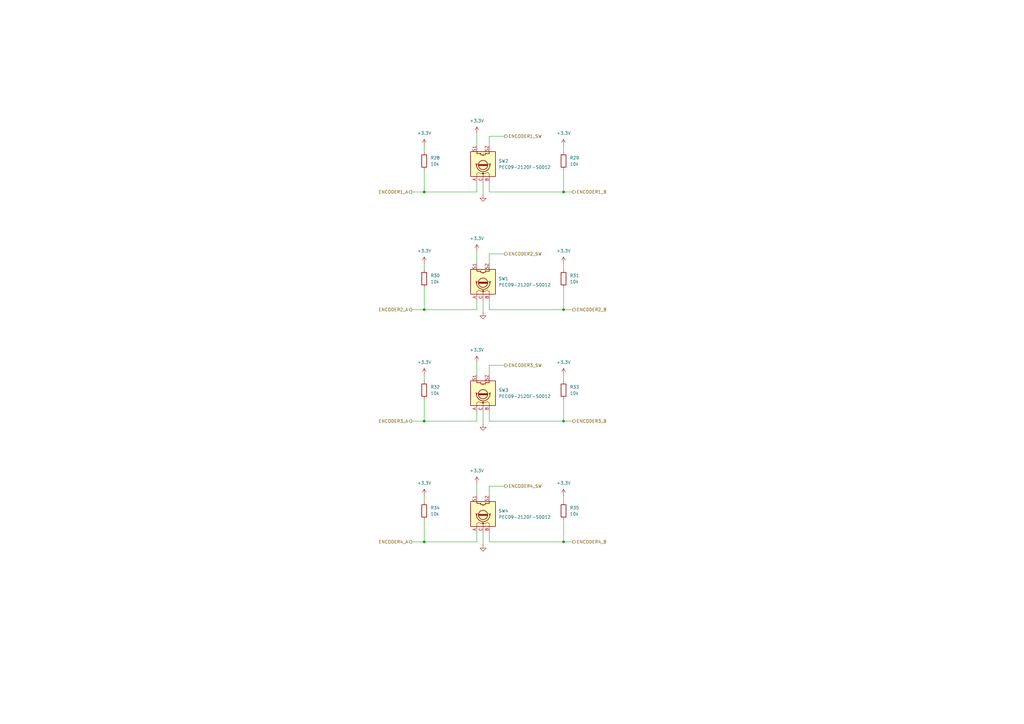
<source format=kicad_sch>
(kicad_sch
	(version 20231120)
	(generator "eeschema")
	(generator_version "8.0")
	(uuid "efe2650e-c8ad-41ab-aa82-b64dfb839e9a")
	(paper "A3")
	(title_block
		(title "${PROJECTNAME}")
		(date "2024-10-22")
		(rev "${REVISION}")
		(company "Created By: ${AUTHOR}")
	)
	(lib_symbols
		(symbol "Device:R"
			(pin_numbers hide)
			(pin_names
				(offset 0)
			)
			(exclude_from_sim no)
			(in_bom yes)
			(on_board yes)
			(property "Reference" "R"
				(at 2.032 0 90)
				(effects
					(font
						(size 1.27 1.27)
					)
				)
			)
			(property "Value" "R"
				(at 0 0 90)
				(effects
					(font
						(size 1.27 1.27)
					)
				)
			)
			(property "Footprint" ""
				(at -1.778 0 90)
				(effects
					(font
						(size 1.27 1.27)
					)
					(hide yes)
				)
			)
			(property "Datasheet" "~"
				(at 0 0 0)
				(effects
					(font
						(size 1.27 1.27)
					)
					(hide yes)
				)
			)
			(property "Description" "Resistor"
				(at 0 0 0)
				(effects
					(font
						(size 1.27 1.27)
					)
					(hide yes)
				)
			)
			(property "ki_keywords" "R res resistor"
				(at 0 0 0)
				(effects
					(font
						(size 1.27 1.27)
					)
					(hide yes)
				)
			)
			(property "ki_fp_filters" "R_*"
				(at 0 0 0)
				(effects
					(font
						(size 1.27 1.27)
					)
					(hide yes)
				)
			)
			(symbol "R_0_1"
				(rectangle
					(start -1.016 -2.54)
					(end 1.016 2.54)
					(stroke
						(width 0.254)
						(type default)
					)
					(fill
						(type none)
					)
				)
			)
			(symbol "R_1_1"
				(pin passive line
					(at 0 3.81 270)
					(length 1.27)
					(name "~"
						(effects
							(font
								(size 1.27 1.27)
							)
						)
					)
					(number "1"
						(effects
							(font
								(size 1.27 1.27)
							)
						)
					)
				)
				(pin passive line
					(at 0 -3.81 90)
					(length 1.27)
					(name "~"
						(effects
							(font
								(size 1.27 1.27)
							)
						)
					)
					(number "2"
						(effects
							(font
								(size 1.27 1.27)
							)
						)
					)
				)
			)
		)
		(symbol "Device:RotaryEncoder_Switch"
			(pin_names
				(offset 0.254) hide)
			(exclude_from_sim no)
			(in_bom yes)
			(on_board yes)
			(property "Reference" "SW"
				(at 0 6.604 0)
				(effects
					(font
						(size 1.27 1.27)
					)
				)
			)
			(property "Value" "RotaryEncoder_Switch"
				(at 0 -6.604 0)
				(effects
					(font
						(size 1.27 1.27)
					)
				)
			)
			(property "Footprint" ""
				(at -3.81 4.064 0)
				(effects
					(font
						(size 1.27 1.27)
					)
					(hide yes)
				)
			)
			(property "Datasheet" "~"
				(at 0 6.604 0)
				(effects
					(font
						(size 1.27 1.27)
					)
					(hide yes)
				)
			)
			(property "Description" "Rotary encoder, dual channel, incremental quadrate outputs, with switch"
				(at 0 0 0)
				(effects
					(font
						(size 1.27 1.27)
					)
					(hide yes)
				)
			)
			(property "ki_keywords" "rotary switch encoder switch push button"
				(at 0 0 0)
				(effects
					(font
						(size 1.27 1.27)
					)
					(hide yes)
				)
			)
			(property "ki_fp_filters" "RotaryEncoder*Switch*"
				(at 0 0 0)
				(effects
					(font
						(size 1.27 1.27)
					)
					(hide yes)
				)
			)
			(symbol "RotaryEncoder_Switch_0_1"
				(rectangle
					(start -5.08 5.08)
					(end 5.08 -5.08)
					(stroke
						(width 0.254)
						(type default)
					)
					(fill
						(type background)
					)
				)
				(circle
					(center -3.81 0)
					(radius 0.254)
					(stroke
						(width 0)
						(type default)
					)
					(fill
						(type outline)
					)
				)
				(circle
					(center -0.381 0)
					(radius 1.905)
					(stroke
						(width 0.254)
						(type default)
					)
					(fill
						(type none)
					)
				)
				(arc
					(start -0.381 2.667)
					(mid -3.0988 -0.0635)
					(end -0.381 -2.794)
					(stroke
						(width 0.254)
						(type default)
					)
					(fill
						(type none)
					)
				)
				(polyline
					(pts
						(xy -0.635 -1.778) (xy -0.635 1.778)
					)
					(stroke
						(width 0.254)
						(type default)
					)
					(fill
						(type none)
					)
				)
				(polyline
					(pts
						(xy -0.381 -1.778) (xy -0.381 1.778)
					)
					(stroke
						(width 0.254)
						(type default)
					)
					(fill
						(type none)
					)
				)
				(polyline
					(pts
						(xy -0.127 1.778) (xy -0.127 -1.778)
					)
					(stroke
						(width 0.254)
						(type default)
					)
					(fill
						(type none)
					)
				)
				(polyline
					(pts
						(xy 3.81 0) (xy 3.429 0)
					)
					(stroke
						(width 0.254)
						(type default)
					)
					(fill
						(type none)
					)
				)
				(polyline
					(pts
						(xy 3.81 1.016) (xy 3.81 -1.016)
					)
					(stroke
						(width 0.254)
						(type default)
					)
					(fill
						(type none)
					)
				)
				(polyline
					(pts
						(xy -5.08 -2.54) (xy -3.81 -2.54) (xy -3.81 -2.032)
					)
					(stroke
						(width 0)
						(type default)
					)
					(fill
						(type none)
					)
				)
				(polyline
					(pts
						(xy -5.08 2.54) (xy -3.81 2.54) (xy -3.81 2.032)
					)
					(stroke
						(width 0)
						(type default)
					)
					(fill
						(type none)
					)
				)
				(polyline
					(pts
						(xy 0.254 -3.048) (xy -0.508 -2.794) (xy 0.127 -2.413)
					)
					(stroke
						(width 0.254)
						(type default)
					)
					(fill
						(type none)
					)
				)
				(polyline
					(pts
						(xy 0.254 2.921) (xy -0.508 2.667) (xy 0.127 2.286)
					)
					(stroke
						(width 0.254)
						(type default)
					)
					(fill
						(type none)
					)
				)
				(polyline
					(pts
						(xy 5.08 -2.54) (xy 4.318 -2.54) (xy 4.318 -1.016)
					)
					(stroke
						(width 0.254)
						(type default)
					)
					(fill
						(type none)
					)
				)
				(polyline
					(pts
						(xy 5.08 2.54) (xy 4.318 2.54) (xy 4.318 1.016)
					)
					(stroke
						(width 0.254)
						(type default)
					)
					(fill
						(type none)
					)
				)
				(polyline
					(pts
						(xy -5.08 0) (xy -3.81 0) (xy -3.81 -1.016) (xy -3.302 -2.032)
					)
					(stroke
						(width 0)
						(type default)
					)
					(fill
						(type none)
					)
				)
				(polyline
					(pts
						(xy -4.318 0) (xy -3.81 0) (xy -3.81 1.016) (xy -3.302 2.032)
					)
					(stroke
						(width 0)
						(type default)
					)
					(fill
						(type none)
					)
				)
				(circle
					(center 4.318 -1.016)
					(radius 0.127)
					(stroke
						(width 0.254)
						(type default)
					)
					(fill
						(type none)
					)
				)
				(circle
					(center 4.318 1.016)
					(radius 0.127)
					(stroke
						(width 0.254)
						(type default)
					)
					(fill
						(type none)
					)
				)
			)
			(symbol "RotaryEncoder_Switch_1_1"
				(pin passive line
					(at -7.62 2.54 0)
					(length 2.54)
					(name "A"
						(effects
							(font
								(size 1.27 1.27)
							)
						)
					)
					(number "A"
						(effects
							(font
								(size 1.27 1.27)
							)
						)
					)
				)
				(pin passive line
					(at -7.62 -2.54 0)
					(length 2.54)
					(name "B"
						(effects
							(font
								(size 1.27 1.27)
							)
						)
					)
					(number "B"
						(effects
							(font
								(size 1.27 1.27)
							)
						)
					)
				)
				(pin passive line
					(at -7.62 0 0)
					(length 2.54)
					(name "C"
						(effects
							(font
								(size 1.27 1.27)
							)
						)
					)
					(number "C"
						(effects
							(font
								(size 1.27 1.27)
							)
						)
					)
				)
				(pin passive line
					(at 7.62 2.54 180)
					(length 2.54)
					(name "S1"
						(effects
							(font
								(size 1.27 1.27)
							)
						)
					)
					(number "S1"
						(effects
							(font
								(size 1.27 1.27)
							)
						)
					)
				)
				(pin passive line
					(at 7.62 -2.54 180)
					(length 2.54)
					(name "S2"
						(effects
							(font
								(size 1.27 1.27)
							)
						)
					)
					(number "S2"
						(effects
							(font
								(size 1.27 1.27)
							)
						)
					)
				)
			)
		)
		(symbol "power:+3.3V"
			(power)
			(pin_numbers hide)
			(pin_names
				(offset 0) hide)
			(exclude_from_sim no)
			(in_bom yes)
			(on_board yes)
			(property "Reference" "#PWR"
				(at 0 -3.81 0)
				(effects
					(font
						(size 1.27 1.27)
					)
					(hide yes)
				)
			)
			(property "Value" "+3.3V"
				(at 0 3.556 0)
				(effects
					(font
						(size 1.27 1.27)
					)
				)
			)
			(property "Footprint" ""
				(at 0 0 0)
				(effects
					(font
						(size 1.27 1.27)
					)
					(hide yes)
				)
			)
			(property "Datasheet" ""
				(at 0 0 0)
				(effects
					(font
						(size 1.27 1.27)
					)
					(hide yes)
				)
			)
			(property "Description" "Power symbol creates a global label with name \"+3.3V\""
				(at 0 0 0)
				(effects
					(font
						(size 1.27 1.27)
					)
					(hide yes)
				)
			)
			(property "ki_keywords" "global power"
				(at 0 0 0)
				(effects
					(font
						(size 1.27 1.27)
					)
					(hide yes)
				)
			)
			(symbol "+3.3V_0_1"
				(polyline
					(pts
						(xy -0.762 1.27) (xy 0 2.54)
					)
					(stroke
						(width 0)
						(type default)
					)
					(fill
						(type none)
					)
				)
				(polyline
					(pts
						(xy 0 0) (xy 0 2.54)
					)
					(stroke
						(width 0)
						(type default)
					)
					(fill
						(type none)
					)
				)
				(polyline
					(pts
						(xy 0 2.54) (xy 0.762 1.27)
					)
					(stroke
						(width 0)
						(type default)
					)
					(fill
						(type none)
					)
				)
			)
			(symbol "+3.3V_1_1"
				(pin power_in line
					(at 0 0 90)
					(length 0)
					(name "~"
						(effects
							(font
								(size 1.27 1.27)
							)
						)
					)
					(number "1"
						(effects
							(font
								(size 1.27 1.27)
							)
						)
					)
				)
			)
		)
		(symbol "power:GND"
			(power)
			(pin_numbers hide)
			(pin_names
				(offset 0) hide)
			(exclude_from_sim no)
			(in_bom yes)
			(on_board yes)
			(property "Reference" "#PWR"
				(at 0 -6.35 0)
				(effects
					(font
						(size 1.27 1.27)
					)
					(hide yes)
				)
			)
			(property "Value" "GND"
				(at 0 -3.81 0)
				(effects
					(font
						(size 1.27 1.27)
					)
				)
			)
			(property "Footprint" ""
				(at 0 0 0)
				(effects
					(font
						(size 1.27 1.27)
					)
					(hide yes)
				)
			)
			(property "Datasheet" ""
				(at 0 0 0)
				(effects
					(font
						(size 1.27 1.27)
					)
					(hide yes)
				)
			)
			(property "Description" "Power symbol creates a global label with name \"GND\" , ground"
				(at 0 0 0)
				(effects
					(font
						(size 1.27 1.27)
					)
					(hide yes)
				)
			)
			(property "ki_keywords" "global power"
				(at 0 0 0)
				(effects
					(font
						(size 1.27 1.27)
					)
					(hide yes)
				)
			)
			(symbol "GND_0_1"
				(polyline
					(pts
						(xy 0 0) (xy 0 -1.27) (xy 1.27 -1.27) (xy 0 -2.54) (xy -1.27 -1.27) (xy 0 -1.27)
					)
					(stroke
						(width 0)
						(type default)
					)
					(fill
						(type none)
					)
				)
			)
			(symbol "GND_1_1"
				(pin power_in line
					(at 0 0 270)
					(length 0)
					(name "~"
						(effects
							(font
								(size 1.27 1.27)
							)
						)
					)
					(number "1"
						(effects
							(font
								(size 1.27 1.27)
							)
						)
					)
				)
			)
		)
	)
	(junction
		(at 231.14 127)
		(diameter 0)
		(color 0 0 0 0)
		(uuid "054d3d3a-7000-49ff-b8c5-ca3655c073b9")
	)
	(junction
		(at 173.99 172.72)
		(diameter 0)
		(color 0 0 0 0)
		(uuid "2143c587-a8f0-4a43-949d-613c3d5918ca")
	)
	(junction
		(at 173.99 127)
		(diameter 0)
		(color 0 0 0 0)
		(uuid "2ea2cb0d-78ed-45bb-a377-ea971fcf468a")
	)
	(junction
		(at 231.14 78.74)
		(diameter 0)
		(color 0 0 0 0)
		(uuid "6d3a27d3-fe34-45e5-a820-d5d2ab6018b5")
	)
	(junction
		(at 231.14 172.72)
		(diameter 0)
		(color 0 0 0 0)
		(uuid "7d38cef6-60f1-42c2-95e6-6a8f38fa3500")
	)
	(junction
		(at 231.14 222.25)
		(diameter 0)
		(color 0 0 0 0)
		(uuid "a36f806b-c451-47ad-9400-b11fccf90717")
	)
	(junction
		(at 173.99 78.74)
		(diameter 0)
		(color 0 0 0 0)
		(uuid "e44faced-4aaf-44b7-8b5e-17441d5b63c9")
	)
	(junction
		(at 173.99 222.25)
		(diameter 0)
		(color 0 0 0 0)
		(uuid "ea5e8562-4c8e-4e95-b8ee-37089b47372b")
	)
	(wire
		(pts
			(xy 200.66 74.93) (xy 200.66 78.74)
		)
		(stroke
			(width 0)
			(type default)
		)
		(uuid "0c98ce2d-b167-476d-a889-e82f773bb1a3")
	)
	(wire
		(pts
			(xy 173.99 59.69) (xy 173.99 62.23)
		)
		(stroke
			(width 0)
			(type default)
		)
		(uuid "2046774d-d54b-45c7-b87f-5b34ad753f0a")
	)
	(wire
		(pts
			(xy 200.66 203.2) (xy 200.66 199.39)
		)
		(stroke
			(width 0)
			(type default)
		)
		(uuid "36d81368-8031-4f0e-b345-9484baaa3d63")
	)
	(wire
		(pts
			(xy 231.14 127) (xy 234.95 127)
		)
		(stroke
			(width 0)
			(type default)
		)
		(uuid "37449945-f293-4604-b7c5-1e37ab90b830")
	)
	(wire
		(pts
			(xy 231.14 107.95) (xy 231.14 110.49)
		)
		(stroke
			(width 0)
			(type default)
		)
		(uuid "39669b47-d01d-4726-8dba-a2da26b6fa26")
	)
	(wire
		(pts
			(xy 200.66 104.14) (xy 207.01 104.14)
		)
		(stroke
			(width 0)
			(type default)
		)
		(uuid "3cbbcb07-2b0b-4be7-a8d9-80bbdb477dfe")
	)
	(wire
		(pts
			(xy 173.99 213.36) (xy 173.99 222.25)
		)
		(stroke
			(width 0)
			(type default)
		)
		(uuid "3e2c0de6-bf5b-4c1e-ae6d-9dbb0c66ba34")
	)
	(wire
		(pts
			(xy 173.99 78.74) (xy 195.58 78.74)
		)
		(stroke
			(width 0)
			(type default)
		)
		(uuid "3f62d2b6-45a4-4a4d-ae06-ce9d4c2361f9")
	)
	(wire
		(pts
			(xy 195.58 218.44) (xy 195.58 222.25)
		)
		(stroke
			(width 0)
			(type default)
		)
		(uuid "4675fe93-1cd3-4595-bb60-3e0936bc580f")
	)
	(wire
		(pts
			(xy 195.58 168.91) (xy 195.58 172.72)
		)
		(stroke
			(width 0)
			(type default)
		)
		(uuid "4f09257a-74ef-4246-97c9-4da171d97042")
	)
	(wire
		(pts
			(xy 200.66 172.72) (xy 231.14 172.72)
		)
		(stroke
			(width 0)
			(type default)
		)
		(uuid "4f1ef97f-9d5e-4c94-a134-da39cf05f498")
	)
	(wire
		(pts
			(xy 173.99 69.85) (xy 173.99 78.74)
		)
		(stroke
			(width 0)
			(type default)
		)
		(uuid "5263605a-1fe9-44b5-a6e3-16458e28f69a")
	)
	(wire
		(pts
			(xy 173.99 163.83) (xy 173.99 172.72)
		)
		(stroke
			(width 0)
			(type default)
		)
		(uuid "5733ed2d-edf4-4c51-bbae-ba3adb8c74d0")
	)
	(wire
		(pts
			(xy 231.14 163.83) (xy 231.14 172.72)
		)
		(stroke
			(width 0)
			(type default)
		)
		(uuid "5d78b0c9-c4a9-406d-a787-8941e8a08b1f")
	)
	(wire
		(pts
			(xy 173.99 222.25) (xy 195.58 222.25)
		)
		(stroke
			(width 0)
			(type default)
		)
		(uuid "5f9a06e8-52be-4ea6-8dec-3c1d443ae41f")
	)
	(wire
		(pts
			(xy 195.58 54.61) (xy 195.58 59.69)
		)
		(stroke
			(width 0)
			(type default)
		)
		(uuid "5fc90f5e-d478-4ed1-b2e3-b2c070a23b0c")
	)
	(wire
		(pts
			(xy 195.58 198.12) (xy 195.58 203.2)
		)
		(stroke
			(width 0)
			(type default)
		)
		(uuid "5fe274f7-7c50-4967-b186-b204b62eee52")
	)
	(wire
		(pts
			(xy 198.12 218.44) (xy 198.12 223.52)
		)
		(stroke
			(width 0)
			(type default)
		)
		(uuid "63acb3b7-24fe-4f2e-8201-bb4c46d59516")
	)
	(wire
		(pts
			(xy 168.91 127) (xy 173.99 127)
		)
		(stroke
			(width 0)
			(type default)
		)
		(uuid "66ae1438-2bf9-4aad-bdd6-36814e797e53")
	)
	(wire
		(pts
			(xy 200.66 55.88) (xy 207.01 55.88)
		)
		(stroke
			(width 0)
			(type default)
		)
		(uuid "681b2586-50db-4bf8-b002-7ca9ecb0798c")
	)
	(wire
		(pts
			(xy 168.91 78.74) (xy 173.99 78.74)
		)
		(stroke
			(width 0)
			(type default)
		)
		(uuid "686da292-de49-4b10-9f68-20d52f594b41")
	)
	(wire
		(pts
			(xy 173.99 203.2) (xy 173.99 205.74)
		)
		(stroke
			(width 0)
			(type default)
		)
		(uuid "6c4be569-1275-4520-8d7e-98111a4f8514")
	)
	(wire
		(pts
			(xy 168.91 222.25) (xy 173.99 222.25)
		)
		(stroke
			(width 0)
			(type default)
		)
		(uuid "6d1b8b65-e397-41a7-827a-3cb116505eae")
	)
	(wire
		(pts
			(xy 198.12 168.91) (xy 198.12 173.99)
		)
		(stroke
			(width 0)
			(type default)
		)
		(uuid "74d5c16a-c195-4019-9560-766e5bd4630a")
	)
	(wire
		(pts
			(xy 173.99 153.67) (xy 173.99 156.21)
		)
		(stroke
			(width 0)
			(type default)
		)
		(uuid "7683e897-9d58-4fe9-82d6-2875c4af67dc")
	)
	(wire
		(pts
			(xy 173.99 172.72) (xy 195.58 172.72)
		)
		(stroke
			(width 0)
			(type default)
		)
		(uuid "77bdd56c-456a-4ead-bd08-0b450ac7596c")
	)
	(wire
		(pts
			(xy 231.14 172.72) (xy 234.95 172.72)
		)
		(stroke
			(width 0)
			(type default)
		)
		(uuid "82492dae-cc1d-4e81-93b4-6c6ef01db54d")
	)
	(wire
		(pts
			(xy 231.14 203.2) (xy 231.14 205.74)
		)
		(stroke
			(width 0)
			(type default)
		)
		(uuid "8790b425-eae4-44ae-aa34-9f800f19f6f2")
	)
	(wire
		(pts
			(xy 168.91 172.72) (xy 173.99 172.72)
		)
		(stroke
			(width 0)
			(type default)
		)
		(uuid "944753c4-001f-4cdf-8c49-4c859fa22127")
	)
	(wire
		(pts
			(xy 200.66 78.74) (xy 231.14 78.74)
		)
		(stroke
			(width 0)
			(type default)
		)
		(uuid "9a04015e-980c-44ce-ae94-965de9ff8bc8")
	)
	(wire
		(pts
			(xy 231.14 213.36) (xy 231.14 222.25)
		)
		(stroke
			(width 0)
			(type default)
		)
		(uuid "9f0bf721-25c9-497d-a0e0-d527e28be27b")
	)
	(wire
		(pts
			(xy 198.12 74.93) (xy 198.12 80.01)
		)
		(stroke
			(width 0)
			(type default)
		)
		(uuid "a0efbe28-ee06-4699-ae19-a67f59310b03")
	)
	(wire
		(pts
			(xy 195.58 123.19) (xy 195.58 127)
		)
		(stroke
			(width 0)
			(type default)
		)
		(uuid "a2ee9bcd-3ee5-4646-b04f-9c97cedb1469")
	)
	(wire
		(pts
			(xy 231.14 118.11) (xy 231.14 127)
		)
		(stroke
			(width 0)
			(type default)
		)
		(uuid "a661a05b-fd85-4068-ad82-cd0eefa8a536")
	)
	(wire
		(pts
			(xy 231.14 59.69) (xy 231.14 62.23)
		)
		(stroke
			(width 0)
			(type default)
		)
		(uuid "a6792a34-e5cd-4954-867c-8375eaaad2b3")
	)
	(wire
		(pts
			(xy 200.66 107.95) (xy 200.66 104.14)
		)
		(stroke
			(width 0)
			(type default)
		)
		(uuid "a8455fe8-165f-4524-81bc-1594fde77152")
	)
	(wire
		(pts
			(xy 231.14 222.25) (xy 234.95 222.25)
		)
		(stroke
			(width 0)
			(type default)
		)
		(uuid "ac21bf3b-a6d8-42c1-8005-bfbd551d4bf4")
	)
	(wire
		(pts
			(xy 173.99 107.95) (xy 173.99 110.49)
		)
		(stroke
			(width 0)
			(type default)
		)
		(uuid "b9a3b1f6-7620-4aba-ad3c-aea258e412f0")
	)
	(wire
		(pts
			(xy 231.14 153.67) (xy 231.14 156.21)
		)
		(stroke
			(width 0)
			(type default)
		)
		(uuid "be4867c6-4e36-4a79-a822-ba18d0cc9f1d")
	)
	(wire
		(pts
			(xy 231.14 69.85) (xy 231.14 78.74)
		)
		(stroke
			(width 0)
			(type default)
		)
		(uuid "bfb6cdac-8308-476c-82bf-42e6dd17a62e")
	)
	(wire
		(pts
			(xy 200.66 153.67) (xy 200.66 149.86)
		)
		(stroke
			(width 0)
			(type default)
		)
		(uuid "c11f64c5-6e59-4795-b5ae-058c8678851f")
	)
	(wire
		(pts
			(xy 200.66 149.86) (xy 207.01 149.86)
		)
		(stroke
			(width 0)
			(type default)
		)
		(uuid "c1c637a4-57b6-4444-8fab-66283acbcbf0")
	)
	(wire
		(pts
			(xy 200.66 199.39) (xy 207.01 199.39)
		)
		(stroke
			(width 0)
			(type default)
		)
		(uuid "c275cfe1-408f-439f-a0cb-c81d3c388c45")
	)
	(wire
		(pts
			(xy 198.12 123.19) (xy 198.12 128.27)
		)
		(stroke
			(width 0)
			(type default)
		)
		(uuid "c2a63373-bc38-4897-abbc-34cfa09b5317")
	)
	(wire
		(pts
			(xy 195.58 148.59) (xy 195.58 153.67)
		)
		(stroke
			(width 0)
			(type default)
		)
		(uuid "c6bc7551-7604-4c70-87c9-e71742f8252c")
	)
	(wire
		(pts
			(xy 200.66 127) (xy 231.14 127)
		)
		(stroke
			(width 0)
			(type default)
		)
		(uuid "c9675fd5-f534-42ff-b922-38fe5a7b8f14")
	)
	(wire
		(pts
			(xy 231.14 78.74) (xy 234.95 78.74)
		)
		(stroke
			(width 0)
			(type default)
		)
		(uuid "cbcf11a5-30b5-4790-875e-27d45e408143")
	)
	(wire
		(pts
			(xy 173.99 127) (xy 195.58 127)
		)
		(stroke
			(width 0)
			(type default)
		)
		(uuid "ccbbf097-5026-4d9f-b28b-87f1043274ef")
	)
	(wire
		(pts
			(xy 195.58 102.87) (xy 195.58 107.95)
		)
		(stroke
			(width 0)
			(type default)
		)
		(uuid "cf195652-1584-4818-a351-bf681392f7a5")
	)
	(wire
		(pts
			(xy 200.66 218.44) (xy 200.66 222.25)
		)
		(stroke
			(width 0)
			(type default)
		)
		(uuid "d931ecb3-d5b5-40df-8275-b07ad4dbfcf4")
	)
	(wire
		(pts
			(xy 173.99 118.11) (xy 173.99 127)
		)
		(stroke
			(width 0)
			(type default)
		)
		(uuid "daa74583-9435-4aee-a72e-e80ec125c6be")
	)
	(wire
		(pts
			(xy 200.66 168.91) (xy 200.66 172.72)
		)
		(stroke
			(width 0)
			(type default)
		)
		(uuid "deb87b94-d0a5-410a-ad35-2c88ee83b97f")
	)
	(wire
		(pts
			(xy 200.66 123.19) (xy 200.66 127)
		)
		(stroke
			(width 0)
			(type default)
		)
		(uuid "e6a44d63-9334-4307-88ab-f42ddb86c421")
	)
	(wire
		(pts
			(xy 200.66 222.25) (xy 231.14 222.25)
		)
		(stroke
			(width 0)
			(type default)
		)
		(uuid "e8116fbc-23a2-4485-a499-8fceb808174b")
	)
	(wire
		(pts
			(xy 200.66 59.69) (xy 200.66 55.88)
		)
		(stroke
			(width 0)
			(type default)
		)
		(uuid "eb85a736-f328-478e-a298-c90eac8c1e83")
	)
	(wire
		(pts
			(xy 195.58 74.93) (xy 195.58 78.74)
		)
		(stroke
			(width 0)
			(type default)
		)
		(uuid "fa590d4f-4d70-41eb-8140-1bceea16ddfc")
	)
	(hierarchical_label "ENCODER2_SW"
		(shape output)
		(at 207.01 104.14 0)
		(fields_autoplaced yes)
		(effects
			(font
				(size 1.27 1.27)
			)
			(justify left)
		)
		(uuid "0663d926-d1ef-4aaa-814b-1b44f4a25cb8")
	)
	(hierarchical_label "ENCODER4_B"
		(shape output)
		(at 234.95 222.25 0)
		(fields_autoplaced yes)
		(effects
			(font
				(size 1.27 1.27)
			)
			(justify left)
		)
		(uuid "289367ff-cff2-4661-815a-a2aee2a66f38")
	)
	(hierarchical_label "ENCODER2_A"
		(shape output)
		(at 168.91 127 180)
		(fields_autoplaced yes)
		(effects
			(font
				(size 1.27 1.27)
			)
			(justify right)
		)
		(uuid "31ed5bcc-5748-49f5-a4e6-4138cdbb1656")
	)
	(hierarchical_label "ENCODER1_A"
		(shape output)
		(at 168.91 78.74 180)
		(fields_autoplaced yes)
		(effects
			(font
				(size 1.27 1.27)
			)
			(justify right)
		)
		(uuid "4259d15b-b98c-4c56-b16f-c46aa004e946")
	)
	(hierarchical_label "ENCODER3_SW"
		(shape output)
		(at 207.01 149.86 0)
		(fields_autoplaced yes)
		(effects
			(font
				(size 1.27 1.27)
			)
			(justify left)
		)
		(uuid "8a7e2ecf-490a-45cc-a694-de7950c15830")
	)
	(hierarchical_label "ENCODER4_SW"
		(shape output)
		(at 207.01 199.39 0)
		(fields_autoplaced yes)
		(effects
			(font
				(size 1.27 1.27)
			)
			(justify left)
		)
		(uuid "b32accd8-fbf0-4d1a-bfe2-f0779da35c59")
	)
	(hierarchical_label "ENCODER2_B"
		(shape output)
		(at 234.95 127 0)
		(fields_autoplaced yes)
		(effects
			(font
				(size 1.27 1.27)
			)
			(justify left)
		)
		(uuid "b4efb32d-5f01-47b1-a3b6-9ef4751f3586")
	)
	(hierarchical_label "ENCODER3_A"
		(shape output)
		(at 168.91 172.72 180)
		(fields_autoplaced yes)
		(effects
			(font
				(size 1.27 1.27)
			)
			(justify right)
		)
		(uuid "c08f8b15-f6c3-486b-ba94-424167b238ca")
	)
	(hierarchical_label "ENCODER1_SW"
		(shape output)
		(at 207.01 55.88 0)
		(fields_autoplaced yes)
		(effects
			(font
				(size 1.27 1.27)
			)
			(justify left)
		)
		(uuid "dfb16dc0-b69d-442d-8364-a3f14d9b24a2")
	)
	(hierarchical_label "ENCODER1_B"
		(shape output)
		(at 234.95 78.74 0)
		(fields_autoplaced yes)
		(effects
			(font
				(size 1.27 1.27)
			)
			(justify left)
		)
		(uuid "e9ead501-59f2-4bda-8b22-6009cc814bee")
	)
	(hierarchical_label "ENCODER4_A"
		(shape output)
		(at 168.91 222.25 180)
		(fields_autoplaced yes)
		(effects
			(font
				(size 1.27 1.27)
			)
			(justify right)
		)
		(uuid "fc941f11-bfa6-4179-8530-448568fe4059")
	)
	(hierarchical_label "ENCODER3_B"
		(shape output)
		(at 234.95 172.72 0)
		(fields_autoplaced yes)
		(effects
			(font
				(size 1.27 1.27)
			)
			(justify left)
		)
		(uuid "fcb4622c-98ee-42cc-b43f-db3af63dd6fb")
	)
	(symbol
		(lib_id "power:+3.3V")
		(at 195.58 148.59 0)
		(unit 1)
		(exclude_from_sim no)
		(in_bom yes)
		(on_board yes)
		(dnp no)
		(fields_autoplaced yes)
		(uuid "05e52aac-b7cc-4366-9c15-36929498df26")
		(property "Reference" "#PWR069"
			(at 195.58 152.4 0)
			(effects
				(font
					(size 1.27 1.27)
				)
				(hide yes)
			)
		)
		(property "Value" "+3.3V"
			(at 195.58 143.51 0)
			(effects
				(font
					(size 1.27 1.27)
				)
			)
		)
		(property "Footprint" ""
			(at 195.58 148.59 0)
			(effects
				(font
					(size 1.27 1.27)
				)
				(hide yes)
			)
		)
		(property "Datasheet" ""
			(at 195.58 148.59 0)
			(effects
				(font
					(size 1.27 1.27)
				)
				(hide yes)
			)
		)
		(property "Description" "Power symbol creates a global label with name \"+3.3V\""
			(at 195.58 148.59 0)
			(effects
				(font
					(size 1.27 1.27)
				)
				(hide yes)
			)
		)
		(pin "1"
			(uuid "438fab4e-b033-4390-a74f-04546c92469f")
		)
		(instances
			(project "Tiny4xPoweredStereoMixer"
				(path "/68c4b081-ef47-4ba5-a55f-4ef66cb2b598/752d6e11-6673-454b-90b7-828317760330"
					(reference "#PWR069")
					(unit 1)
				)
			)
		)
	)
	(symbol
		(lib_id "power:+3.3V")
		(at 195.58 54.61 0)
		(unit 1)
		(exclude_from_sim no)
		(in_bom yes)
		(on_board yes)
		(dnp no)
		(fields_autoplaced yes)
		(uuid "0ef0a3b8-3361-4307-beea-bc328129a96d")
		(property "Reference" "#PWR063"
			(at 195.58 58.42 0)
			(effects
				(font
					(size 1.27 1.27)
				)
				(hide yes)
			)
		)
		(property "Value" "+3.3V"
			(at 195.58 49.53 0)
			(effects
				(font
					(size 1.27 1.27)
				)
			)
		)
		(property "Footprint" ""
			(at 195.58 54.61 0)
			(effects
				(font
					(size 1.27 1.27)
				)
				(hide yes)
			)
		)
		(property "Datasheet" ""
			(at 195.58 54.61 0)
			(effects
				(font
					(size 1.27 1.27)
				)
				(hide yes)
			)
		)
		(property "Description" "Power symbol creates a global label with name \"+3.3V\""
			(at 195.58 54.61 0)
			(effects
				(font
					(size 1.27 1.27)
				)
				(hide yes)
			)
		)
		(pin "1"
			(uuid "a48dbe67-75ab-44c3-8d3c-deef566a2791")
		)
		(instances
			(project "Tiny4xPoweredStereoMixer"
				(path "/68c4b081-ef47-4ba5-a55f-4ef66cb2b598/752d6e11-6673-454b-90b7-828317760330"
					(reference "#PWR063")
					(unit 1)
				)
			)
		)
	)
	(symbol
		(lib_id "power:+3.3V")
		(at 173.99 203.2 0)
		(unit 1)
		(exclude_from_sim no)
		(in_bom yes)
		(on_board yes)
		(dnp no)
		(fields_autoplaced yes)
		(uuid "163046a6-56a8-473e-ac93-3cd679bbf77c")
		(property "Reference" "#PWR072"
			(at 173.99 207.01 0)
			(effects
				(font
					(size 1.27 1.27)
				)
				(hide yes)
			)
		)
		(property "Value" "+3.3V"
			(at 173.99 198.12 0)
			(effects
				(font
					(size 1.27 1.27)
				)
			)
		)
		(property "Footprint" ""
			(at 173.99 203.2 0)
			(effects
				(font
					(size 1.27 1.27)
				)
				(hide yes)
			)
		)
		(property "Datasheet" ""
			(at 173.99 203.2 0)
			(effects
				(font
					(size 1.27 1.27)
				)
				(hide yes)
			)
		)
		(property "Description" "Power symbol creates a global label with name \"+3.3V\""
			(at 173.99 203.2 0)
			(effects
				(font
					(size 1.27 1.27)
				)
				(hide yes)
			)
		)
		(pin "1"
			(uuid "56391116-5291-4f9e-8227-78ebd4d0d7d4")
		)
		(instances
			(project "Tiny4xPoweredStereoMixer"
				(path "/68c4b081-ef47-4ba5-a55f-4ef66cb2b598/752d6e11-6673-454b-90b7-828317760330"
					(reference "#PWR072")
					(unit 1)
				)
			)
		)
	)
	(symbol
		(lib_id "Device:R")
		(at 231.14 209.55 0)
		(unit 1)
		(exclude_from_sim no)
		(in_bom yes)
		(on_board yes)
		(dnp no)
		(fields_autoplaced yes)
		(uuid "23f38a1d-5399-490a-b3fa-9a6257d7a172")
		(property "Reference" "R35"
			(at 233.68 208.2799 0)
			(effects
				(font
					(size 1.27 1.27)
				)
				(justify left)
			)
		)
		(property "Value" "10k"
			(at 233.68 210.8199 0)
			(effects
				(font
					(size 1.27 1.27)
				)
				(justify left)
			)
		)
		(property "Footprint" "Resistor_SMD:R_0402_1005Metric_Pad0.72x0.64mm_HandSolder"
			(at 229.362 209.55 90)
			(effects
				(font
					(size 1.27 1.27)
				)
				(hide yes)
			)
		)
		(property "Datasheet" "~"
			(at 231.14 209.55 0)
			(effects
				(font
					(size 1.27 1.27)
				)
				(hide yes)
			)
		)
		(property "Description" "Resistor"
			(at 231.14 209.55 0)
			(effects
				(font
					(size 1.27 1.27)
				)
				(hide yes)
			)
		)
		(pin "2"
			(uuid "acfcb36b-512c-4104-8fb1-540321964f30")
		)
		(pin "1"
			(uuid "5228f139-02bb-4c39-a20c-490ee082708f")
		)
		(instances
			(project "Tiny4xPoweredStereoMixer"
				(path "/68c4b081-ef47-4ba5-a55f-4ef66cb2b598/752d6e11-6673-454b-90b7-828317760330"
					(reference "R35")
					(unit 1)
				)
			)
		)
	)
	(symbol
		(lib_id "power:+3.3V")
		(at 231.14 153.67 0)
		(unit 1)
		(exclude_from_sim no)
		(in_bom yes)
		(on_board yes)
		(dnp no)
		(fields_autoplaced yes)
		(uuid "2854bbe7-9b23-4379-b3f5-dcc10693a6f3")
		(property "Reference" "#PWR071"
			(at 231.14 157.48 0)
			(effects
				(font
					(size 1.27 1.27)
				)
				(hide yes)
			)
		)
		(property "Value" "+3.3V"
			(at 231.14 148.59 0)
			(effects
				(font
					(size 1.27 1.27)
				)
			)
		)
		(property "Footprint" ""
			(at 231.14 153.67 0)
			(effects
				(font
					(size 1.27 1.27)
				)
				(hide yes)
			)
		)
		(property "Datasheet" ""
			(at 231.14 153.67 0)
			(effects
				(font
					(size 1.27 1.27)
				)
				(hide yes)
			)
		)
		(property "Description" "Power symbol creates a global label with name \"+3.3V\""
			(at 231.14 153.67 0)
			(effects
				(font
					(size 1.27 1.27)
				)
				(hide yes)
			)
		)
		(pin "1"
			(uuid "472ad36d-c6aa-422f-96f2-7a7c0d2fdde1")
		)
		(instances
			(project "Tiny4xPoweredStereoMixer"
				(path "/68c4b081-ef47-4ba5-a55f-4ef66cb2b598/752d6e11-6673-454b-90b7-828317760330"
					(reference "#PWR071")
					(unit 1)
				)
			)
		)
	)
	(symbol
		(lib_id "power:GND")
		(at 198.12 128.27 0)
		(unit 1)
		(exclude_from_sim no)
		(in_bom yes)
		(on_board yes)
		(dnp no)
		(fields_autoplaced yes)
		(uuid "35088eba-b1fc-49aa-affc-58010cf904ef")
		(property "Reference" "#PWR066"
			(at 198.12 134.62 0)
			(effects
				(font
					(size 1.27 1.27)
				)
				(hide yes)
			)
		)
		(property "Value" "GND"
			(at 198.12 133.35 0)
			(effects
				(font
					(size 1.27 1.27)
				)
				(hide yes)
			)
		)
		(property "Footprint" ""
			(at 198.12 128.27 0)
			(effects
				(font
					(size 1.27 1.27)
				)
				(hide yes)
			)
		)
		(property "Datasheet" ""
			(at 198.12 128.27 0)
			(effects
				(font
					(size 1.27 1.27)
				)
				(hide yes)
			)
		)
		(property "Description" "Power symbol creates a global label with name \"GND\" , ground"
			(at 198.12 128.27 0)
			(effects
				(font
					(size 1.27 1.27)
				)
				(hide yes)
			)
		)
		(pin "1"
			(uuid "b711756a-a614-45be-926c-71b5aaa4f824")
		)
		(instances
			(project "Tiny4xPoweredStereoMixer"
				(path "/68c4b081-ef47-4ba5-a55f-4ef66cb2b598/752d6e11-6673-454b-90b7-828317760330"
					(reference "#PWR066")
					(unit 1)
				)
			)
		)
	)
	(symbol
		(lib_id "power:+3.3V")
		(at 195.58 198.12 0)
		(unit 1)
		(exclude_from_sim no)
		(in_bom yes)
		(on_board yes)
		(dnp no)
		(fields_autoplaced yes)
		(uuid "370e938a-e301-4c3b-80c7-7db12ebe384c")
		(property "Reference" "#PWR073"
			(at 195.58 201.93 0)
			(effects
				(font
					(size 1.27 1.27)
				)
				(hide yes)
			)
		)
		(property "Value" "+3.3V"
			(at 195.58 193.04 0)
			(effects
				(font
					(size 1.27 1.27)
				)
			)
		)
		(property "Footprint" ""
			(at 195.58 198.12 0)
			(effects
				(font
					(size 1.27 1.27)
				)
				(hide yes)
			)
		)
		(property "Datasheet" ""
			(at 195.58 198.12 0)
			(effects
				(font
					(size 1.27 1.27)
				)
				(hide yes)
			)
		)
		(property "Description" "Power symbol creates a global label with name \"+3.3V\""
			(at 195.58 198.12 0)
			(effects
				(font
					(size 1.27 1.27)
				)
				(hide yes)
			)
		)
		(pin "1"
			(uuid "04c3efcd-e1ac-43cd-a743-6311db750195")
		)
		(instances
			(project "Tiny4xPoweredStereoMixer"
				(path "/68c4b081-ef47-4ba5-a55f-4ef66cb2b598/752d6e11-6673-454b-90b7-828317760330"
					(reference "#PWR073")
					(unit 1)
				)
			)
		)
	)
	(symbol
		(lib_id "power:+3.3V")
		(at 173.99 107.95 0)
		(unit 1)
		(exclude_from_sim no)
		(in_bom yes)
		(on_board yes)
		(dnp no)
		(fields_autoplaced yes)
		(uuid "38f8f79a-e634-4e83-be56-9eb250cc5a63")
		(property "Reference" "#PWR064"
			(at 173.99 111.76 0)
			(effects
				(font
					(size 1.27 1.27)
				)
				(hide yes)
			)
		)
		(property "Value" "+3.3V"
			(at 173.99 102.87 0)
			(effects
				(font
					(size 1.27 1.27)
				)
			)
		)
		(property "Footprint" ""
			(at 173.99 107.95 0)
			(effects
				(font
					(size 1.27 1.27)
				)
				(hide yes)
			)
		)
		(property "Datasheet" ""
			(at 173.99 107.95 0)
			(effects
				(font
					(size 1.27 1.27)
				)
				(hide yes)
			)
		)
		(property "Description" "Power symbol creates a global label with name \"+3.3V\""
			(at 173.99 107.95 0)
			(effects
				(font
					(size 1.27 1.27)
				)
				(hide yes)
			)
		)
		(pin "1"
			(uuid "4f73392f-f3a1-41af-b95d-d3ee833de232")
		)
		(instances
			(project "Tiny4xPoweredStereoMixer"
				(path "/68c4b081-ef47-4ba5-a55f-4ef66cb2b598/752d6e11-6673-454b-90b7-828317760330"
					(reference "#PWR064")
					(unit 1)
				)
			)
		)
	)
	(symbol
		(lib_id "power:GND")
		(at 198.12 223.52 0)
		(unit 1)
		(exclude_from_sim no)
		(in_bom yes)
		(on_board yes)
		(dnp no)
		(fields_autoplaced yes)
		(uuid "49f30550-c8fd-4d70-8f8a-258096950049")
		(property "Reference" "#PWR074"
			(at 198.12 229.87 0)
			(effects
				(font
					(size 1.27 1.27)
				)
				(hide yes)
			)
		)
		(property "Value" "GND"
			(at 198.12 228.6 0)
			(effects
				(font
					(size 1.27 1.27)
				)
				(hide yes)
			)
		)
		(property "Footprint" ""
			(at 198.12 223.52 0)
			(effects
				(font
					(size 1.27 1.27)
				)
				(hide yes)
			)
		)
		(property "Datasheet" ""
			(at 198.12 223.52 0)
			(effects
				(font
					(size 1.27 1.27)
				)
				(hide yes)
			)
		)
		(property "Description" "Power symbol creates a global label with name \"GND\" , ground"
			(at 198.12 223.52 0)
			(effects
				(font
					(size 1.27 1.27)
				)
				(hide yes)
			)
		)
		(pin "1"
			(uuid "d67c32eb-d44e-4950-8404-e3ab371dec65")
		)
		(instances
			(project "Tiny4xPoweredStereoMixer"
				(path "/68c4b081-ef47-4ba5-a55f-4ef66cb2b598/752d6e11-6673-454b-90b7-828317760330"
					(reference "#PWR074")
					(unit 1)
				)
			)
		)
	)
	(symbol
		(lib_id "Device:R")
		(at 231.14 114.3 0)
		(unit 1)
		(exclude_from_sim no)
		(in_bom yes)
		(on_board yes)
		(dnp no)
		(fields_autoplaced yes)
		(uuid "786d5584-ad41-484d-9185-4822a8eb86eb")
		(property "Reference" "R31"
			(at 233.68 113.0299 0)
			(effects
				(font
					(size 1.27 1.27)
				)
				(justify left)
			)
		)
		(property "Value" "10k"
			(at 233.68 115.5699 0)
			(effects
				(font
					(size 1.27 1.27)
				)
				(justify left)
			)
		)
		(property "Footprint" "Resistor_SMD:R_0402_1005Metric_Pad0.72x0.64mm_HandSolder"
			(at 229.362 114.3 90)
			(effects
				(font
					(size 1.27 1.27)
				)
				(hide yes)
			)
		)
		(property "Datasheet" "~"
			(at 231.14 114.3 0)
			(effects
				(font
					(size 1.27 1.27)
				)
				(hide yes)
			)
		)
		(property "Description" "Resistor"
			(at 231.14 114.3 0)
			(effects
				(font
					(size 1.27 1.27)
				)
				(hide yes)
			)
		)
		(pin "2"
			(uuid "748ffbc4-55e8-40ca-a0df-0fc6a1958640")
		)
		(pin "1"
			(uuid "b5ac55ad-727f-4a09-975a-49de928e44bb")
		)
		(instances
			(project "Tiny4xPoweredStereoMixer"
				(path "/68c4b081-ef47-4ba5-a55f-4ef66cb2b598/752d6e11-6673-454b-90b7-828317760330"
					(reference "R31")
					(unit 1)
				)
			)
		)
	)
	(symbol
		(lib_id "Device:R")
		(at 231.14 160.02 0)
		(unit 1)
		(exclude_from_sim no)
		(in_bom yes)
		(on_board yes)
		(dnp no)
		(fields_autoplaced yes)
		(uuid "7c846c3d-77ce-4e8d-a1ae-24dcb5eef149")
		(property "Reference" "R33"
			(at 233.68 158.7499 0)
			(effects
				(font
					(size 1.27 1.27)
				)
				(justify left)
			)
		)
		(property "Value" "10k"
			(at 233.68 161.2899 0)
			(effects
				(font
					(size 1.27 1.27)
				)
				(justify left)
			)
		)
		(property "Footprint" "Resistor_SMD:R_0402_1005Metric_Pad0.72x0.64mm_HandSolder"
			(at 229.362 160.02 90)
			(effects
				(font
					(size 1.27 1.27)
				)
				(hide yes)
			)
		)
		(property "Datasheet" "~"
			(at 231.14 160.02 0)
			(effects
				(font
					(size 1.27 1.27)
				)
				(hide yes)
			)
		)
		(property "Description" "Resistor"
			(at 231.14 160.02 0)
			(effects
				(font
					(size 1.27 1.27)
				)
				(hide yes)
			)
		)
		(pin "2"
			(uuid "36ffd860-beca-4890-b25a-5dbcc8382613")
		)
		(pin "1"
			(uuid "41fac847-1f23-4a1a-9bf4-2e4948fd7051")
		)
		(instances
			(project "Tiny4xPoweredStereoMixer"
				(path "/68c4b081-ef47-4ba5-a55f-4ef66cb2b598/752d6e11-6673-454b-90b7-828317760330"
					(reference "R33")
					(unit 1)
				)
			)
		)
	)
	(symbol
		(lib_id "Device:RotaryEncoder_Switch")
		(at 198.12 161.29 90)
		(unit 1)
		(exclude_from_sim no)
		(in_bom yes)
		(on_board yes)
		(dnp no)
		(fields_autoplaced yes)
		(uuid "8ac1bb8e-7263-4cc4-9ef0-968f09d1407e")
		(property "Reference" "SW3"
			(at 204.47 160.0199 90)
			(effects
				(font
					(size 1.27 1.27)
				)
				(justify right)
			)
		)
		(property "Value" "PEC09-2120F-S0012 "
			(at 204.47 162.5599 90)
			(effects
				(font
					(size 1.27 1.27)
				)
				(justify right)
			)
		)
		(property "Footprint" "Rotary_Encoder:RotaryEncoder_Bourns_Horizontal_PEC09-2xxxF-Sxxxx"
			(at 194.056 165.1 0)
			(effects
				(font
					(size 1.27 1.27)
				)
				(hide yes)
			)
		)
		(property "Datasheet" "https://www.mouser.co.uk/datasheet/2/54/pec09-777790.pdf"
			(at 191.516 161.29 0)
			(effects
				(font
					(size 1.27 1.27)
				)
				(hide yes)
			)
		)
		(property "Description" "Rotary encoder, dual channel, incremental quadrate outputs, with switch"
			(at 198.12 161.29 0)
			(effects
				(font
					(size 1.27 1.27)
				)
				(hide yes)
			)
		)
		(pin "S1"
			(uuid "f6ad0ef2-5978-40d9-9ed6-712b7d69a5e6")
		)
		(pin "A"
			(uuid "717c71eb-61b1-4fba-9fb2-e02c1a6755ec")
		)
		(pin "S2"
			(uuid "51658259-0175-43f1-9b10-8300247ca8d9")
		)
		(pin "B"
			(uuid "a678cd1c-b302-466f-99bd-f359a4ffdfe9")
		)
		(pin "C"
			(uuid "ae4c8de6-9dd0-4828-9b9e-f7ece32f9fea")
		)
		(instances
			(project "Tiny4xPoweredStereoMixer"
				(path "/68c4b081-ef47-4ba5-a55f-4ef66cb2b598/752d6e11-6673-454b-90b7-828317760330"
					(reference "SW3")
					(unit 1)
				)
			)
		)
	)
	(symbol
		(lib_id "Device:RotaryEncoder_Switch")
		(at 198.12 67.31 90)
		(unit 1)
		(exclude_from_sim no)
		(in_bom yes)
		(on_board yes)
		(dnp no)
		(fields_autoplaced yes)
		(uuid "907474bd-5df4-4a5e-8001-cd35bd25b033")
		(property "Reference" "SW2"
			(at 204.47 66.0399 90)
			(effects
				(font
					(size 1.27 1.27)
				)
				(justify right)
			)
		)
		(property "Value" "PEC09-2120F-S0012 "
			(at 204.47 68.5799 90)
			(effects
				(font
					(size 1.27 1.27)
				)
				(justify right)
			)
		)
		(property "Footprint" "Rotary_Encoder:RotaryEncoder_Bourns_Horizontal_PEC09-2xxxF-Sxxxx"
			(at 194.056 71.12 0)
			(effects
				(font
					(size 1.27 1.27)
				)
				(hide yes)
			)
		)
		(property "Datasheet" "https://www.mouser.co.uk/datasheet/2/54/pec09-777790.pdf"
			(at 191.516 67.31 0)
			(effects
				(font
					(size 1.27 1.27)
				)
				(hide yes)
			)
		)
		(property "Description" "Rotary encoder, dual channel, incremental quadrate outputs, with switch"
			(at 198.12 67.31 0)
			(effects
				(font
					(size 1.27 1.27)
				)
				(hide yes)
			)
		)
		(pin "S1"
			(uuid "c6a04255-af5a-44a7-930e-c8212e0cd8fd")
		)
		(pin "A"
			(uuid "14cfd550-33ca-4ac6-9ff0-c1a3a1d08d42")
		)
		(pin "S2"
			(uuid "8c8a7b50-70e5-44f6-97db-da76bc588495")
		)
		(pin "B"
			(uuid "97563666-f6ab-4a5d-94e5-bb970169a8d5")
		)
		(pin "C"
			(uuid "4ee32b6a-aea2-41e7-85f6-c046e1601da7")
		)
		(instances
			(project "Tiny4xPoweredStereoMixer"
				(path "/68c4b081-ef47-4ba5-a55f-4ef66cb2b598/752d6e11-6673-454b-90b7-828317760330"
					(reference "SW2")
					(unit 1)
				)
			)
		)
	)
	(symbol
		(lib_id "Device:R")
		(at 173.99 209.55 0)
		(unit 1)
		(exclude_from_sim no)
		(in_bom yes)
		(on_board yes)
		(dnp no)
		(fields_autoplaced yes)
		(uuid "927cfbd2-fdb7-4211-91c5-72995b433a01")
		(property "Reference" "R34"
			(at 176.53 208.2799 0)
			(effects
				(font
					(size 1.27 1.27)
				)
				(justify left)
			)
		)
		(property "Value" "10k"
			(at 176.53 210.8199 0)
			(effects
				(font
					(size 1.27 1.27)
				)
				(justify left)
			)
		)
		(property "Footprint" "Resistor_SMD:R_0402_1005Metric_Pad0.72x0.64mm_HandSolder"
			(at 172.212 209.55 90)
			(effects
				(font
					(size 1.27 1.27)
				)
				(hide yes)
			)
		)
		(property "Datasheet" "~"
			(at 173.99 209.55 0)
			(effects
				(font
					(size 1.27 1.27)
				)
				(hide yes)
			)
		)
		(property "Description" "Resistor"
			(at 173.99 209.55 0)
			(effects
				(font
					(size 1.27 1.27)
				)
				(hide yes)
			)
		)
		(pin "2"
			(uuid "701c623c-565d-42e9-ac95-e734f177da4e")
		)
		(pin "1"
			(uuid "67ad8a16-93fc-4050-a25c-f51cf230b84d")
		)
		(instances
			(project "Tiny4xPoweredStereoMixer"
				(path "/68c4b081-ef47-4ba5-a55f-4ef66cb2b598/752d6e11-6673-454b-90b7-828317760330"
					(reference "R34")
					(unit 1)
				)
			)
		)
	)
	(symbol
		(lib_id "power:GND")
		(at 198.12 173.99 0)
		(unit 1)
		(exclude_from_sim no)
		(in_bom yes)
		(on_board yes)
		(dnp no)
		(fields_autoplaced yes)
		(uuid "9697a51e-166c-48ea-bbba-6788cafed564")
		(property "Reference" "#PWR070"
			(at 198.12 180.34 0)
			(effects
				(font
					(size 1.27 1.27)
				)
				(hide yes)
			)
		)
		(property "Value" "GND"
			(at 198.12 179.07 0)
			(effects
				(font
					(size 1.27 1.27)
				)
				(hide yes)
			)
		)
		(property "Footprint" ""
			(at 198.12 173.99 0)
			(effects
				(font
					(size 1.27 1.27)
				)
				(hide yes)
			)
		)
		(property "Datasheet" ""
			(at 198.12 173.99 0)
			(effects
				(font
					(size 1.27 1.27)
				)
				(hide yes)
			)
		)
		(property "Description" "Power symbol creates a global label with name \"GND\" , ground"
			(at 198.12 173.99 0)
			(effects
				(font
					(size 1.27 1.27)
				)
				(hide yes)
			)
		)
		(pin "1"
			(uuid "375521b5-239e-4d04-b74f-729787ae46f3")
		)
		(instances
			(project "Tiny4xPoweredStereoMixer"
				(path "/68c4b081-ef47-4ba5-a55f-4ef66cb2b598/752d6e11-6673-454b-90b7-828317760330"
					(reference "#PWR070")
					(unit 1)
				)
			)
		)
	)
	(symbol
		(lib_id "power:+3.3V")
		(at 173.99 59.69 0)
		(unit 1)
		(exclude_from_sim no)
		(in_bom yes)
		(on_board yes)
		(dnp no)
		(fields_autoplaced yes)
		(uuid "97301e69-d25c-40eb-a7c7-22d046b468ff")
		(property "Reference" "#PWR061"
			(at 173.99 63.5 0)
			(effects
				(font
					(size 1.27 1.27)
				)
				(hide yes)
			)
		)
		(property "Value" "+3.3V"
			(at 173.99 54.61 0)
			(effects
				(font
					(size 1.27 1.27)
				)
			)
		)
		(property "Footprint" ""
			(at 173.99 59.69 0)
			(effects
				(font
					(size 1.27 1.27)
				)
				(hide yes)
			)
		)
		(property "Datasheet" ""
			(at 173.99 59.69 0)
			(effects
				(font
					(size 1.27 1.27)
				)
				(hide yes)
			)
		)
		(property "Description" "Power symbol creates a global label with name \"+3.3V\""
			(at 173.99 59.69 0)
			(effects
				(font
					(size 1.27 1.27)
				)
				(hide yes)
			)
		)
		(pin "1"
			(uuid "fdd1b75f-b2c6-4a9d-aa94-db3e4a1f35d0")
		)
		(instances
			(project "Tiny4xPoweredStereoMixer"
				(path "/68c4b081-ef47-4ba5-a55f-4ef66cb2b598/752d6e11-6673-454b-90b7-828317760330"
					(reference "#PWR061")
					(unit 1)
				)
			)
		)
	)
	(symbol
		(lib_id "Device:R")
		(at 173.99 160.02 0)
		(unit 1)
		(exclude_from_sim no)
		(in_bom yes)
		(on_board yes)
		(dnp no)
		(fields_autoplaced yes)
		(uuid "b330fcc0-3f6c-4297-96ee-e500a5d0e855")
		(property "Reference" "R32"
			(at 176.53 158.7499 0)
			(effects
				(font
					(size 1.27 1.27)
				)
				(justify left)
			)
		)
		(property "Value" "10k"
			(at 176.53 161.2899 0)
			(effects
				(font
					(size 1.27 1.27)
				)
				(justify left)
			)
		)
		(property "Footprint" "Resistor_SMD:R_0402_1005Metric_Pad0.72x0.64mm_HandSolder"
			(at 172.212 160.02 90)
			(effects
				(font
					(size 1.27 1.27)
				)
				(hide yes)
			)
		)
		(property "Datasheet" "~"
			(at 173.99 160.02 0)
			(effects
				(font
					(size 1.27 1.27)
				)
				(hide yes)
			)
		)
		(property "Description" "Resistor"
			(at 173.99 160.02 0)
			(effects
				(font
					(size 1.27 1.27)
				)
				(hide yes)
			)
		)
		(pin "2"
			(uuid "453e04a2-e473-41f6-bbd2-4fabfffff8e0")
		)
		(pin "1"
			(uuid "c7ce4d74-43cc-464e-9fbe-948f94f74edf")
		)
		(instances
			(project "Tiny4xPoweredStereoMixer"
				(path "/68c4b081-ef47-4ba5-a55f-4ef66cb2b598/752d6e11-6673-454b-90b7-828317760330"
					(reference "R32")
					(unit 1)
				)
			)
		)
	)
	(symbol
		(lib_id "power:+3.3V")
		(at 231.14 203.2 0)
		(unit 1)
		(exclude_from_sim no)
		(in_bom yes)
		(on_board yes)
		(dnp no)
		(fields_autoplaced yes)
		(uuid "c041f7b0-a6fe-488e-962b-414184b25986")
		(property "Reference" "#PWR075"
			(at 231.14 207.01 0)
			(effects
				(font
					(size 1.27 1.27)
				)
				(hide yes)
			)
		)
		(property "Value" "+3.3V"
			(at 231.14 198.12 0)
			(effects
				(font
					(size 1.27 1.27)
				)
			)
		)
		(property "Footprint" ""
			(at 231.14 203.2 0)
			(effects
				(font
					(size 1.27 1.27)
				)
				(hide yes)
			)
		)
		(property "Datasheet" ""
			(at 231.14 203.2 0)
			(effects
				(font
					(size 1.27 1.27)
				)
				(hide yes)
			)
		)
		(property "Description" "Power symbol creates a global label with name \"+3.3V\""
			(at 231.14 203.2 0)
			(effects
				(font
					(size 1.27 1.27)
				)
				(hide yes)
			)
		)
		(pin "1"
			(uuid "e1f7ea38-fa59-4086-a0b5-518206c8e202")
		)
		(instances
			(project "Tiny4xPoweredStereoMixer"
				(path "/68c4b081-ef47-4ba5-a55f-4ef66cb2b598/752d6e11-6673-454b-90b7-828317760330"
					(reference "#PWR075")
					(unit 1)
				)
			)
		)
	)
	(symbol
		(lib_id "power:+3.3V")
		(at 231.14 107.95 0)
		(unit 1)
		(exclude_from_sim no)
		(in_bom yes)
		(on_board yes)
		(dnp no)
		(fields_autoplaced yes)
		(uuid "c404df0f-9ada-4083-913f-dcd8386ada31")
		(property "Reference" "#PWR067"
			(at 231.14 111.76 0)
			(effects
				(font
					(size 1.27 1.27)
				)
				(hide yes)
			)
		)
		(property "Value" "+3.3V"
			(at 231.14 102.87 0)
			(effects
				(font
					(size 1.27 1.27)
				)
			)
		)
		(property "Footprint" ""
			(at 231.14 107.95 0)
			(effects
				(font
					(size 1.27 1.27)
				)
				(hide yes)
			)
		)
		(property "Datasheet" ""
			(at 231.14 107.95 0)
			(effects
				(font
					(size 1.27 1.27)
				)
				(hide yes)
			)
		)
		(property "Description" "Power symbol creates a global label with name \"+3.3V\""
			(at 231.14 107.95 0)
			(effects
				(font
					(size 1.27 1.27)
				)
				(hide yes)
			)
		)
		(pin "1"
			(uuid "bea351ae-ee68-44d1-a90e-be8c0cdf68e7")
		)
		(instances
			(project "Tiny4xPoweredStereoMixer"
				(path "/68c4b081-ef47-4ba5-a55f-4ef66cb2b598/752d6e11-6673-454b-90b7-828317760330"
					(reference "#PWR067")
					(unit 1)
				)
			)
		)
	)
	(symbol
		(lib_id "Device:R")
		(at 173.99 66.04 0)
		(unit 1)
		(exclude_from_sim no)
		(in_bom yes)
		(on_board yes)
		(dnp no)
		(fields_autoplaced yes)
		(uuid "c41a344a-372e-4453-9d9e-5a5a9b4244f8")
		(property "Reference" "R28"
			(at 176.53 64.7699 0)
			(effects
				(font
					(size 1.27 1.27)
				)
				(justify left)
			)
		)
		(property "Value" "10k"
			(at 176.53 67.3099 0)
			(effects
				(font
					(size 1.27 1.27)
				)
				(justify left)
			)
		)
		(property "Footprint" "Resistor_SMD:R_0402_1005Metric_Pad0.72x0.64mm_HandSolder"
			(at 172.212 66.04 90)
			(effects
				(font
					(size 1.27 1.27)
				)
				(hide yes)
			)
		)
		(property "Datasheet" "~"
			(at 173.99 66.04 0)
			(effects
				(font
					(size 1.27 1.27)
				)
				(hide yes)
			)
		)
		(property "Description" "Resistor"
			(at 173.99 66.04 0)
			(effects
				(font
					(size 1.27 1.27)
				)
				(hide yes)
			)
		)
		(pin "2"
			(uuid "c953fa5a-5485-4497-83d3-b7c8fb5634b3")
		)
		(pin "1"
			(uuid "5d0dd1a5-2229-4c1c-968b-e4225b8de7a1")
		)
		(instances
			(project "Tiny4xPoweredStereoMixer"
				(path "/68c4b081-ef47-4ba5-a55f-4ef66cb2b598/752d6e11-6673-454b-90b7-828317760330"
					(reference "R28")
					(unit 1)
				)
			)
		)
	)
	(symbol
		(lib_id "power:+3.3V")
		(at 173.99 153.67 0)
		(unit 1)
		(exclude_from_sim no)
		(in_bom yes)
		(on_board yes)
		(dnp no)
		(fields_autoplaced yes)
		(uuid "cf690284-a4c9-47b6-be99-160c85396d1c")
		(property "Reference" "#PWR068"
			(at 173.99 157.48 0)
			(effects
				(font
					(size 1.27 1.27)
				)
				(hide yes)
			)
		)
		(property "Value" "+3.3V"
			(at 173.99 148.59 0)
			(effects
				(font
					(size 1.27 1.27)
				)
			)
		)
		(property "Footprint" ""
			(at 173.99 153.67 0)
			(effects
				(font
					(size 1.27 1.27)
				)
				(hide yes)
			)
		)
		(property "Datasheet" ""
			(at 173.99 153.67 0)
			(effects
				(font
					(size 1.27 1.27)
				)
				(hide yes)
			)
		)
		(property "Description" "Power symbol creates a global label with name \"+3.3V\""
			(at 173.99 153.67 0)
			(effects
				(font
					(size 1.27 1.27)
				)
				(hide yes)
			)
		)
		(pin "1"
			(uuid "749a0ea8-d1f3-4f29-b2e2-99f9991e186e")
		)
		(instances
			(project "Tiny4xPoweredStereoMixer"
				(path "/68c4b081-ef47-4ba5-a55f-4ef66cb2b598/752d6e11-6673-454b-90b7-828317760330"
					(reference "#PWR068")
					(unit 1)
				)
			)
		)
	)
	(symbol
		(lib_id "power:+3.3V")
		(at 231.14 59.69 0)
		(unit 1)
		(exclude_from_sim no)
		(in_bom yes)
		(on_board yes)
		(dnp no)
		(fields_autoplaced yes)
		(uuid "d3e0599f-cea8-4ab9-90d8-c422045a65ec")
		(property "Reference" "#PWR062"
			(at 231.14 63.5 0)
			(effects
				(font
					(size 1.27 1.27)
				)
				(hide yes)
			)
		)
		(property "Value" "+3.3V"
			(at 231.14 54.61 0)
			(effects
				(font
					(size 1.27 1.27)
				)
			)
		)
		(property "Footprint" ""
			(at 231.14 59.69 0)
			(effects
				(font
					(size 1.27 1.27)
				)
				(hide yes)
			)
		)
		(property "Datasheet" ""
			(at 231.14 59.69 0)
			(effects
				(font
					(size 1.27 1.27)
				)
				(hide yes)
			)
		)
		(property "Description" "Power symbol creates a global label with name \"+3.3V\""
			(at 231.14 59.69 0)
			(effects
				(font
					(size 1.27 1.27)
				)
				(hide yes)
			)
		)
		(pin "1"
			(uuid "182b7575-82df-401d-89a1-bc8a129c75f5")
		)
		(instances
			(project "Tiny4xPoweredStereoMixer"
				(path "/68c4b081-ef47-4ba5-a55f-4ef66cb2b598/752d6e11-6673-454b-90b7-828317760330"
					(reference "#PWR062")
					(unit 1)
				)
			)
		)
	)
	(symbol
		(lib_id "Device:R")
		(at 231.14 66.04 0)
		(unit 1)
		(exclude_from_sim no)
		(in_bom yes)
		(on_board yes)
		(dnp no)
		(fields_autoplaced yes)
		(uuid "d4943881-cae5-41a1-b875-41f78153e028")
		(property "Reference" "R29"
			(at 233.68 64.7699 0)
			(effects
				(font
					(size 1.27 1.27)
				)
				(justify left)
			)
		)
		(property "Value" "10k"
			(at 233.68 67.3099 0)
			(effects
				(font
					(size 1.27 1.27)
				)
				(justify left)
			)
		)
		(property "Footprint" "Resistor_SMD:R_0402_1005Metric_Pad0.72x0.64mm_HandSolder"
			(at 229.362 66.04 90)
			(effects
				(font
					(size 1.27 1.27)
				)
				(hide yes)
			)
		)
		(property "Datasheet" "~"
			(at 231.14 66.04 0)
			(effects
				(font
					(size 1.27 1.27)
				)
				(hide yes)
			)
		)
		(property "Description" "Resistor"
			(at 231.14 66.04 0)
			(effects
				(font
					(size 1.27 1.27)
				)
				(hide yes)
			)
		)
		(pin "2"
			(uuid "a165b335-ea52-493e-95f7-eed4c3177069")
		)
		(pin "1"
			(uuid "8567253c-6d2a-4514-ad4f-2cbed2c3e148")
		)
		(instances
			(project "Tiny4xPoweredStereoMixer"
				(path "/68c4b081-ef47-4ba5-a55f-4ef66cb2b598/752d6e11-6673-454b-90b7-828317760330"
					(reference "R29")
					(unit 1)
				)
			)
		)
	)
	(symbol
		(lib_id "power:GND")
		(at 198.12 80.01 0)
		(unit 1)
		(exclude_from_sim no)
		(in_bom yes)
		(on_board yes)
		(dnp no)
		(fields_autoplaced yes)
		(uuid "da1bd757-2598-4579-a55b-82a92508b9bb")
		(property "Reference" "#PWR056"
			(at 198.12 86.36 0)
			(effects
				(font
					(size 1.27 1.27)
				)
				(hide yes)
			)
		)
		(property "Value" "GND"
			(at 198.12 85.09 0)
			(effects
				(font
					(size 1.27 1.27)
				)
				(hide yes)
			)
		)
		(property "Footprint" ""
			(at 198.12 80.01 0)
			(effects
				(font
					(size 1.27 1.27)
				)
				(hide yes)
			)
		)
		(property "Datasheet" ""
			(at 198.12 80.01 0)
			(effects
				(font
					(size 1.27 1.27)
				)
				(hide yes)
			)
		)
		(property "Description" "Power symbol creates a global label with name \"GND\" , ground"
			(at 198.12 80.01 0)
			(effects
				(font
					(size 1.27 1.27)
				)
				(hide yes)
			)
		)
		(pin "1"
			(uuid "b38b3466-84a0-4cb5-93ee-0408661f3fc6")
		)
		(instances
			(project "Tiny4xPoweredStereoMixer"
				(path "/68c4b081-ef47-4ba5-a55f-4ef66cb2b598/752d6e11-6673-454b-90b7-828317760330"
					(reference "#PWR056")
					(unit 1)
				)
			)
		)
	)
	(symbol
		(lib_id "Device:RotaryEncoder_Switch")
		(at 198.12 115.57 90)
		(unit 1)
		(exclude_from_sim no)
		(in_bom yes)
		(on_board yes)
		(dnp no)
		(fields_autoplaced yes)
		(uuid "e797c08c-2e20-43f6-848f-dd0c96c7a619")
		(property "Reference" "SW1"
			(at 204.47 114.2999 90)
			(effects
				(font
					(size 1.27 1.27)
				)
				(justify right)
			)
		)
		(property "Value" "PEC09-2120F-S0012 "
			(at 204.47 116.8399 90)
			(effects
				(font
					(size 1.27 1.27)
				)
				(justify right)
			)
		)
		(property "Footprint" "Rotary_Encoder:RotaryEncoder_Bourns_Horizontal_PEC09-2xxxF-Sxxxx"
			(at 194.056 119.38 0)
			(effects
				(font
					(size 1.27 1.27)
				)
				(hide yes)
			)
		)
		(property "Datasheet" "https://www.mouser.co.uk/datasheet/2/54/pec09-777790.pdf"
			(at 191.516 115.57 0)
			(effects
				(font
					(size 1.27 1.27)
				)
				(hide yes)
			)
		)
		(property "Description" "Rotary encoder, dual channel, incremental quadrate outputs, with switch"
			(at 198.12 115.57 0)
			(effects
				(font
					(size 1.27 1.27)
				)
				(hide yes)
			)
		)
		(pin "S1"
			(uuid "f510f345-0bc7-43ff-bb5a-dd47197471f4")
		)
		(pin "A"
			(uuid "b02a5405-aceb-4c30-b91d-c5ca0d221d65")
		)
		(pin "S2"
			(uuid "84b63e48-c236-4bf8-864e-760eae78e069")
		)
		(pin "B"
			(uuid "48d8c379-5b5b-4c0e-a189-a17882d698b3")
		)
		(pin "C"
			(uuid "d60b6bcd-c136-4870-8173-bc6be5ddcee5")
		)
		(instances
			(project "Tiny4xPoweredStereoMixer"
				(path "/68c4b081-ef47-4ba5-a55f-4ef66cb2b598/752d6e11-6673-454b-90b7-828317760330"
					(reference "SW1")
					(unit 1)
				)
			)
		)
	)
	(symbol
		(lib_id "power:+3.3V")
		(at 195.58 102.87 0)
		(unit 1)
		(exclude_from_sim no)
		(in_bom yes)
		(on_board yes)
		(dnp no)
		(fields_autoplaced yes)
		(uuid "e98603a2-06e4-4cac-95f0-f5fb734e9b14")
		(property "Reference" "#PWR065"
			(at 195.58 106.68 0)
			(effects
				(font
					(size 1.27 1.27)
				)
				(hide yes)
			)
		)
		(property "Value" "+3.3V"
			(at 195.58 97.79 0)
			(effects
				(font
					(size 1.27 1.27)
				)
			)
		)
		(property "Footprint" ""
			(at 195.58 102.87 0)
			(effects
				(font
					(size 1.27 1.27)
				)
				(hide yes)
			)
		)
		(property "Datasheet" ""
			(at 195.58 102.87 0)
			(effects
				(font
					(size 1.27 1.27)
				)
				(hide yes)
			)
		)
		(property "Description" "Power symbol creates a global label with name \"+3.3V\""
			(at 195.58 102.87 0)
			(effects
				(font
					(size 1.27 1.27)
				)
				(hide yes)
			)
		)
		(pin "1"
			(uuid "5afe298c-a1fb-4142-a0be-bc26a1012c73")
		)
		(instances
			(project "Tiny4xPoweredStereoMixer"
				(path "/68c4b081-ef47-4ba5-a55f-4ef66cb2b598/752d6e11-6673-454b-90b7-828317760330"
					(reference "#PWR065")
					(unit 1)
				)
			)
		)
	)
	(symbol
		(lib_id "Device:R")
		(at 173.99 114.3 0)
		(unit 1)
		(exclude_from_sim no)
		(in_bom yes)
		(on_board yes)
		(dnp no)
		(fields_autoplaced yes)
		(uuid "f8ba9fae-15c3-4d5c-980d-865ff86bdaad")
		(property "Reference" "R30"
			(at 176.53 113.0299 0)
			(effects
				(font
					(size 1.27 1.27)
				)
				(justify left)
			)
		)
		(property "Value" "10k"
			(at 176.53 115.5699 0)
			(effects
				(font
					(size 1.27 1.27)
				)
				(justify left)
			)
		)
		(property "Footprint" "Resistor_SMD:R_0402_1005Metric_Pad0.72x0.64mm_HandSolder"
			(at 172.212 114.3 90)
			(effects
				(font
					(size 1.27 1.27)
				)
				(hide yes)
			)
		)
		(property "Datasheet" "~"
			(at 173.99 114.3 0)
			(effects
				(font
					(size 1.27 1.27)
				)
				(hide yes)
			)
		)
		(property "Description" "Resistor"
			(at 173.99 114.3 0)
			(effects
				(font
					(size 1.27 1.27)
				)
				(hide yes)
			)
		)
		(pin "2"
			(uuid "12b773d3-bc15-4721-93c1-f1398e6bb835")
		)
		(pin "1"
			(uuid "e992eeae-5e29-4d92-a594-45d26cc65529")
		)
		(instances
			(project "Tiny4xPoweredStereoMixer"
				(path "/68c4b081-ef47-4ba5-a55f-4ef66cb2b598/752d6e11-6673-454b-90b7-828317760330"
					(reference "R30")
					(unit 1)
				)
			)
		)
	)
	(symbol
		(lib_id "Device:RotaryEncoder_Switch")
		(at 198.12 210.82 90)
		(unit 1)
		(exclude_from_sim no)
		(in_bom yes)
		(on_board yes)
		(dnp no)
		(fields_autoplaced yes)
		(uuid "fda13c2d-1f7b-4250-873e-829b4188047f")
		(property "Reference" "SW4"
			(at 204.47 209.5499 90)
			(effects
				(font
					(size 1.27 1.27)
				)
				(justify right)
			)
		)
		(property "Value" "PEC09-2120F-S0012 "
			(at 204.47 212.0899 90)
			(effects
				(font
					(size 1.27 1.27)
				)
				(justify right)
			)
		)
		(property "Footprint" "Rotary_Encoder:RotaryEncoder_Bourns_Horizontal_PEC09-2xxxF-Sxxxx"
			(at 194.056 214.63 0)
			(effects
				(font
					(size 1.27 1.27)
				)
				(hide yes)
			)
		)
		(property "Datasheet" "https://www.mouser.co.uk/datasheet/2/54/pec09-777790.pdf"
			(at 191.516 210.82 0)
			(effects
				(font
					(size 1.27 1.27)
				)
				(hide yes)
			)
		)
		(property "Description" "Rotary encoder, dual channel, incremental quadrate outputs, with switch"
			(at 198.12 210.82 0)
			(effects
				(font
					(size 1.27 1.27)
				)
				(hide yes)
			)
		)
		(pin "S1"
			(uuid "d180d6e8-c34d-40f4-bd2b-28fd8042bd24")
		)
		(pin "A"
			(uuid "9b159196-1365-4a2d-8546-0b4a05a9c686")
		)
		(pin "S2"
			(uuid "f725de93-e77d-4716-a4ec-2b2d9116b281")
		)
		(pin "B"
			(uuid "9c200fc2-5df2-4a50-85f1-497df357a56d")
		)
		(pin "C"
			(uuid "137a9dbf-429e-4857-a802-6895d847498f")
		)
		(instances
			(project "Tiny4xPoweredStereoMixer"
				(path "/68c4b081-ef47-4ba5-a55f-4ef66cb2b598/752d6e11-6673-454b-90b7-828317760330"
					(reference "SW4")
					(unit 1)
				)
			)
		)
	)
)
</source>
